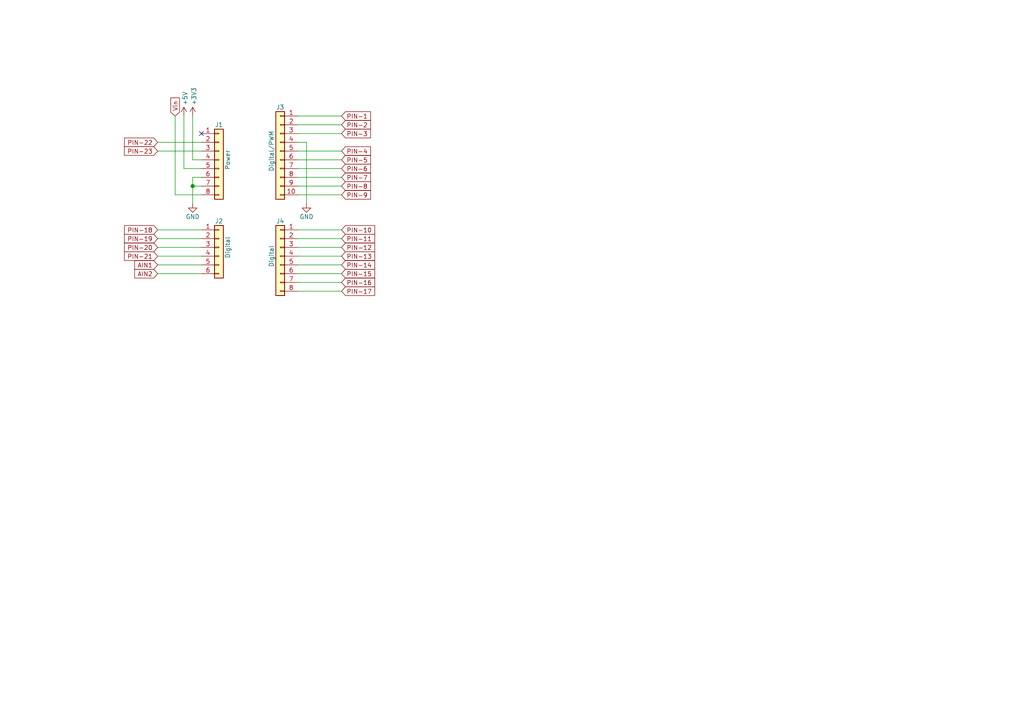
<source format=kicad_sch>
(kicad_sch (version 20230121) (generator eeschema)
  (paper "A4")
  (title_block (date "2023-04-22") (rev "V0.1"))
  (lib_symbols
    (symbol "Connector_Generic:Conn_01x06" (pin_names (offset 1.016) hide)
      (property "Reference" "J" (at 0 7.62 0))
      (property "Value" "Conn_01x06" (at 0 -10.16 0))
      (symbol "Conn_01x06_1_1"
        (rectangle (start -1.27 -7.493) (end 0 -7.747) (stroke (width 0.1524)))
        (rectangle (start -1.27 -4.953) (end 0 -5.207) (stroke (width 0.1524)))
        (rectangle (start -1.27 -2.413) (end 0 -2.667) (stroke (width 0.1524)))
        (rectangle (start -1.27 0.127) (end 0 -0.127) (stroke (width 0.1524)))
        (rectangle (start -1.27 2.667) (end 0 2.413) (stroke (width 0.1524)))
        (rectangle (start -1.27 5.207) (end 0 4.953) (stroke (width 0.1524)))
        (rectangle (start -1.27 6.35) (end 1.27 -8.89) (stroke (width 0.254)) (fill (type background)))
        (pin passive line (at -5.08 5.08 0) (length 3.81) (name "Pin_1") (number "1"))
        (pin passive line (at -5.08 2.54 0) (length 3.81) (name "Pin_2") (number "2"))
        (pin passive line (at -5.08 0 0) (length 3.81) (name "Pin_3") (number "3"))
        (pin passive line (at -5.08 -2.54 0) (length 3.81) (name "Pin_4") (number "4"))
        (pin passive line (at -5.08 -5.08 0) (length 3.81) (name "Pin_5") (number "5"))
        (pin passive line (at -5.08 -7.62 0) (length 3.81) (name "Pin_6") (number "6"))
      )
    )
    (symbol "Connector_Generic:Conn_01x08" (pin_names (offset 1.016) hide)
      (property "Reference" "J" (at 0 10.16 0))
      (property "Value" "Conn_01x08" (at 0 -12.7 0))
      (symbol "Conn_01x08_1_1"
        (rectangle (start -1.27 -10.033) (end 0 -10.287) (stroke (width 0.1524)))
        (rectangle (start -1.27 -7.493) (end 0 -7.747) (stroke (width 0.1524)))
        (rectangle (start -1.27 -4.953) (end 0 -5.207) (stroke (width 0.1524)))
        (rectangle (start -1.27 -2.413) (end 0 -2.667) (stroke (width 0.1524)))
        (rectangle (start -1.27 0.127) (end 0 -0.127) (stroke (width 0.1524)))
        (rectangle (start -1.27 2.667) (end 0 2.413) (stroke (width 0.1524)))
        (rectangle (start -1.27 5.207) (end 0 4.953) (stroke (width 0.1524)))
        (rectangle (start -1.27 7.747) (end 0 7.493) (stroke (width 0.1524)))
        (rectangle (start -1.27 8.89) (end 1.27 -11.43) (stroke (width 0.254)) (fill (type background)))
        (pin passive line (at -5.08 7.62 0) (length 3.81) (name "Pin_1") (number "1"))
        (pin passive line (at -5.08 5.08 0) (length 3.81) (name "Pin_2") (number "2"))
        (pin passive line (at -5.08 2.54 0) (length 3.81) (name "Pin_3") (number "3"))
        (pin passive line (at -5.08 0 0) (length 3.81) (name "Pin_4") (number "4"))
        (pin passive line (at -5.08 -2.54 0) (length 3.81) (name "Pin_5") (number "5"))
        (pin passive line (at -5.08 -5.08 0) (length 3.81) (name "Pin_6") (number "6"))
        (pin passive line (at -5.08 -7.62 0) (length 3.81) (name "Pin_7") (number "7"))
        (pin passive line (at -5.08 -10.16 0) (length 3.81) (name "Pin_8") (number "8"))
      )
    )
    (symbol "Connector_Generic:Conn_01x10" (pin_names (offset 1.016) hide)
      (property "Reference" "J" (at 0 12.7 0))
      (property "Value" "Conn_01x10" (at 0 -15.24 0))
      (symbol "Conn_01x10_1_1"
        (rectangle (start -1.27 -12.573) (end 0 -12.827) (stroke (width 0.1524)))
        (rectangle (start -1.27 -10.033) (end 0 -10.287) (stroke (width 0.1524)))
        (rectangle (start -1.27 -7.493) (end 0 -7.747) (stroke (width 0.1524)))
        (rectangle (start -1.27 -4.953) (end 0 -5.207) (stroke (width 0.1524)))
        (rectangle (start -1.27 -2.413) (end 0 -2.667) (stroke (width 0.1524)))
        (rectangle (start -1.27 0.127) (end 0 -0.127) (stroke (width 0.1524)))
        (rectangle (start -1.27 2.667) (end 0 2.413) (stroke (width 0.1524)))
        (rectangle (start -1.27 5.207) (end 0 4.953) (stroke (width 0.1524)))
        (rectangle (start -1.27 7.747) (end 0 7.493) (stroke (width 0.1524)))
        (rectangle (start -1.27 10.287) (end 0 10.033) (stroke (width 0.1524)))
        (rectangle (start -1.27 11.43) (end 1.27 -13.97) (stroke (width 0.254)) (fill (type background)))
        (pin passive line (at -5.08 10.16 0) (length 3.81) (name "Pin_1") (number "1"))
        (pin passive line (at -5.08 -12.7 0) (length 3.81) (name "Pin_10") (number "10"))
        (pin passive line (at -5.08 7.62 0) (length 3.81) (name "Pin_2") (number "2"))
        (pin passive line (at -5.08 5.08 0) (length 3.81) (name "Pin_3") (number "3"))
        (pin passive line (at -5.08 2.54 0) (length 3.81) (name "Pin_4") (number "4"))
        (pin passive line (at -5.08 0 0) (length 3.81) (name "Pin_5") (number "5"))
        (pin passive line (at -5.08 -2.54 0) (length 3.81) (name "Pin_6") (number "6"))
        (pin passive line (at -5.08 -5.08 0) (length 3.81) (name "Pin_7") (number "7"))
        (pin passive line (at -5.08 -7.62 0) (length 3.81) (name "Pin_8") (number "8"))
        (pin passive line (at -5.08 -10.16 0) (length 3.81) (name "Pin_9") (number "9"))
      )
    )
    (symbol "power:+3V3" (power) (pin_names (offset 0))
      (property "Value" "+3V3" (at 0 3.556 0))
      (symbol "+3V3_0_1"
        (polyline (pts (xy -0.762 1.27) (xy 0 2.54)))
        (polyline (pts (xy 0 0) (xy 0 2.54)))
        (polyline (pts (xy 0 2.54) (xy 0.762 1.27)))
      )
      (symbol "+3V3_1_1"
        (pin power_in line (at 0 0 90) (length 0) hide (name "+3V3") (number "1"))
      )
    )
    (symbol "power:+5V" (power) (pin_names (offset 0))
      (property "Value" "+5V" (at 0 3.556 0))
      (symbol "+5V_0_1"
        (polyline (pts (xy -0.762 1.27) (xy 0 2.54)))
        (polyline (pts (xy 0 0) (xy 0 2.54)))
        (polyline (pts (xy 0 2.54) (xy 0.762 1.27)))
      )
      (symbol "+5V_1_1"
        (pin power_in line (at 0 0 90) (length 0) hide (name "+5V") (number "1"))
      )
    )
    (symbol "power:GND" (power) (pin_names (offset 0))
      (property "Value" "GND" (at 0 -3.81 0))
      (symbol "GND_0_1"
        (polyline (pts (xy 0 0) (xy 0 -1.27) (xy 1.27 -1.27) (xy 0 -2.54) (xy -1.27 -1.27) (xy 0 -1.27)))
      )
      (symbol "GND_1_1"
        (pin power_in line (at 0 0 270) (length 0) hide (name "GND") (number "1"))
      )
    )
  )
  (junction (at 55.88 53.975) (diameter 1.016))
  (no_connect (at 58.42 38.735))
  (wire (pts (xy 86.36 36.195) (xy 99.06 36.195)))
  (wire (pts (xy 58.42 53.975) (xy 55.88 53.975)))
  (wire (pts (xy 58.42 51.435) (xy 55.88 51.435)))
  (wire (pts (xy 45.72 69.215) (xy 58.42 69.215)))
  (wire (pts (xy 58.42 66.675) (xy 45.72 66.675)))
  (wire (pts (xy 86.36 41.275) (xy 88.9 41.275)))
  (wire (pts (xy 55.88 46.355) (xy 58.42 46.355)))
  (wire (pts (xy 86.36 74.295) (xy 99.06 74.295)))
  (wire (pts (xy 45.72 79.375) (xy 58.42 79.375)))
  (wire (pts (xy 86.36 38.735) (xy 99.06 38.735)))
  (wire (pts (xy 86.36 66.675) (xy 99.06 66.675)))
  (wire (pts (xy 58.42 56.515) (xy 50.8 56.515)))
  (wire (pts (xy 86.36 69.215) (xy 99.06 69.215)))
  (wire (pts (xy 86.36 46.355) (xy 99.06 46.355)))
  (wire (pts (xy 86.36 53.975) (xy 99.06 53.975)))
  (wire (pts (xy 88.9 41.275) (xy 88.9 59.055)))
  (wire (pts (xy 58.42 71.755) (xy 45.72 71.755)))
  (wire (pts (xy 55.88 33.655) (xy 55.88 46.355)))
  (wire (pts (xy 50.8 56.515) (xy 50.8 33.655)))
  (wire (pts (xy 53.34 48.895) (xy 58.42 48.895)))
  (wire (pts (xy 58.42 76.835) (xy 45.72 76.835)))
  (wire (pts (xy 86.36 81.915) (xy 99.06 81.915)))
  (wire (pts (xy 86.36 84.455) (xy 99.06 84.455)))
  (wire (pts (xy 86.36 51.435) (xy 99.06 51.435)))
  (wire (pts (xy 86.36 56.515) (xy 99.06 56.515)))
  (wire (pts (xy 45.72 74.295) (xy 58.42 74.295)))
  (wire (pts (xy 55.88 53.975) (xy 55.88 59.055)))
  (wire (pts (xy 86.36 48.895) (xy 99.06 48.895)))
  (wire (pts (xy 86.36 76.835) (xy 99.06 76.835)))
  (wire (pts (xy 86.36 43.815) (xy 99.06 43.815)))
  (wire (pts (xy 45.72 43.815) (xy 58.42 43.815)))
  (wire (pts (xy 53.34 33.655) (xy 53.34 48.895)))
  (wire (pts (xy 45.72 41.275) (xy 58.42 41.275)))
  (wire (pts (xy 86.36 71.755) (xy 99.06 71.755)))
  (wire (pts (xy 55.88 51.435) (xy 55.88 53.975)))
  (wire (pts (xy 86.36 79.375) (xy 99.06 79.375)))
  (wire (pts (xy 86.36 33.655) (xy 99.06 33.655)))
  (global_label "PIN-5" (shape input) (at 99.06 46.355 0) (property "Intersheetrefs" "${INTERSHEET_REFS}" (effects hide)))
  (global_label "PIN-4" (shape input) (at 99.06 43.815 0) (property "Intersheetrefs" "${INTERSHEET_REFS}" (effects hide)))
  (global_label "PIN-11" (shape input) (at 99.06 69.215 0) (property "Intersheetrefs" "${INTERSHEET_REFS}" (effects hide)))
  (global_label "PIN-12" (shape input) (at 99.06 71.755 0) (property "Intersheetrefs" "${INTERSHEET_REFS}" (effects hide)))
  (global_label "PIN-7" (shape input) (at 99.06 51.435 0) (property "Intersheetrefs" "${INTERSHEET_REFS}" (effects hide)))
  (global_label "PIN-23" (shape input) (at 45.72 43.815 180) (property "Intersheetrefs" "${INTERSHEET_REFS}" (effects hide)))
  (global_label "PIN-21" (shape input) (at 45.72 74.295 180) (property "Intersheetrefs" "${INTERSHEET_REFS}" (effects hide)))
  (global_label "PIN-13" (shape input) (at 99.06 74.295 0) (property "Intersheetrefs" "${INTERSHEET_REFS}" (effects hide)))
  (global_label "PIN-10" (shape input) (at 99.06 66.675 0) (property "Intersheetrefs" "${INTERSHEET_REFS}" (effects hide)))
  (global_label "PIN-1" (shape input) (at 99.06 33.655 0) (property "Intersheetrefs" "${INTERSHEET_REFS}" (effects hide)))
  (global_label "PIN-6" (shape input) (at 99.06 48.895 0) (property "Intersheetrefs" "${INTERSHEET_REFS}" (effects hide)))
  (global_label "AIN2" (shape input) (at 45.72 79.375 180) (property "Intersheetrefs" "${INTERSHEET_REFS}" (effects hide)))
  (global_label "Vin" (shape input) (at 50.8 33.655 90) (property "Intersheetrefs" "${INTERSHEET_REFS}" (effects hide)))
  (global_label "PIN-14" (shape input) (at 99.06 76.835 0) (property "Intersheetrefs" "${INTERSHEET_REFS}" (effects hide)))
  (global_label "PIN-16" (shape input) (at 99.06 81.915 0) (property "Intersheetrefs" "${INTERSHEET_REFS}" (effects hide)))
  (global_label "AIN1" (shape input) (at 45.72 76.835 180) (property "Intersheetrefs" "${INTERSHEET_REFS}" (effects hide)))
  (global_label "PIN-3" (shape input) (at 99.06 38.735 0) (property "Intersheetrefs" "${INTERSHEET_REFS}" (effects hide)))
  (global_label "PIN-22" (shape input) (at 45.72 41.275 180) (property "Intersheetrefs" "${INTERSHEET_REFS}" (effects hide)))
  (global_label "PIN-15" (shape input) (at 99.06 79.375 0) (property "Intersheetrefs" "${INTERSHEET_REFS}" (effects hide)))
  (global_label "PIN-2" (shape input) (at 99.06 36.195 0) (property "Intersheetrefs" "${INTERSHEET_REFS}" (effects hide)))
  (global_label "PIN-17" (shape input) (at 99.06 84.455 0) (property "Intersheetrefs" "${INTERSHEET_REFS}" (effects hide)))
  (global_label "PIN-8" (shape input) (at 99.06 53.975 0) (property "Intersheetrefs" "${INTERSHEET_REFS}" (effects hide)))
  (global_label "PIN-19" (shape input) (at 45.72 69.215 180) (property "Intersheetrefs" "${INTERSHEET_REFS}" (effects hide)))
  (global_label "PIN-18" (shape input) (at 45.72 66.675 180) (property "Intersheetrefs" "${INTERSHEET_REFS}" (effects hide)))
  (global_label "PIN-20" (shape input) (at 45.72 71.755 180) (property "Intersheetrefs" "${INTERSHEET_REFS}" (effects hide)))
  (global_label "PIN-9" (shape input) (at 99.06 56.515 0) (property "Intersheetrefs" "${INTERSHEET_REFS}" (effects hide)))
  (symbol (lib_id "Connector_Generic:Conn_01x08") (at 81.28 74.295 0) (mirror y) (unit 1)
    (property "Reference" "J4" (at 81.28 64.135 0))
    (property "Value" "Digital" (at 78.74 74.295 90))
    (property "Footprint" "Connector_PinSocket_2.54mm:PinSocket_1x08_P2.54mm_Vertical" (effects hide))
  )
  (symbol (lib_id "power:GND") (at 55.88 59.055 0) (unit 1)
    (property "Reference" "#PWR061" (effects hide))
    (property "Value" "GND" (at 55.88 62.865 0))
    (instances (project "UFO-FPGA" (path "" (reference "#PWR061") (unit 1))) (project "Uno-Template" (path "" (reference "#PWR04") (unit 1))))
  )
  (symbol (lib_id "Connector_Generic:Conn_01x08") (at 63.5 46.355 0) (unit 1)
    (property "Reference" "J1" (at 63.5 36.195 0))
    (property "Value" "Power" (at 66.04 46.355 90))
    (property "Footprint" "Connector_PinSocket_2.54mm:PinSocket_1x08_P2.54mm_Vertical" (effects hide))
  )
  (symbol (lib_id "power:+5V") (at 53.34 33.655 0) (unit 1)
    (property "Reference" "#PWR059" (effects hide))
    (property "Value" "+5V" (at 53.6956 30.607 90) (effects (justify left)))
    (instances (project "UFO-FPGA" (path "" (reference "#PWR059") (unit 1))) (project "Uno-Template" (path "" (reference "#PWR02") (unit 1))))
  )
  (symbol (lib_id "power:+3V3") (at 55.88 33.655 0) (unit 1)
    (property "Reference" "#PWR060" (effects hide))
    (property "Value" "+3.3V" (at 56.261 30.607 90) (effects (justify left)))
    (instances (project "UFO-FPGA" (path "" (reference "#PWR060") (unit 1))) (project "Uno-Template" (path "" (reference "#PWR03") (unit 1))))
  )
  (symbol (lib_id "Connector_Generic:Conn_01x06") (at 63.5 71.755 0) (unit 1)
    (property "Reference" "J2" (at 63.5 64.135 0))
    (property "Value" "Digital" (at 66.04 71.755 90))
    (property "Footprint" "Connector_PinSocket_2.54mm:PinSocket_1x06_P2.54mm_Vertical" (effects hide))
    (instances (project "UFO-FPGA" (path "" (reference "J2") (unit 1))) (project "Uno-Template" (path "" (reference "J3") (unit 1))))
  )
  (symbol (lib_id "power:GND") (at 88.9 59.055 0) (unit 1)
    (property "Reference" "#PWR062" (effects hide))
    (property "Value" "GND" (at 88.9 62.865 0))
    (instances (project "UFO-FPGA" (path "" (reference "#PWR062") (unit 1))) (project "Uno-Template" (path "" (reference "#PWR05") (unit 1))))
  )
  (symbol (lib_id "Connector_Generic:Conn_01x10") (at 81.28 43.815 0) (mirror y) (unit 1)
    (property "Reference" "J3" (at 81.28 31.115 0))
    (property "Value" "Digital/PWM" (at 78.74 43.815 90))
    (property "Footprint" "Connector_PinSocket_2.54mm:PinSocket_1x10_P2.54mm_Vertical" (effects hide))
    (instances (project "UFO-FPGA" (path "" (reference "J3") (unit 1))) (project "Uno-Template" (path "" (reference "J2") (unit 1))))
  )
)
</source>
